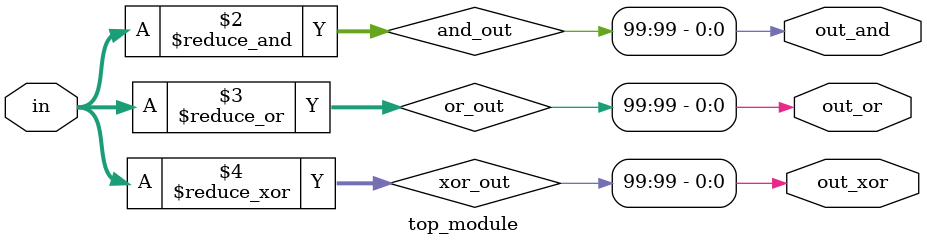
<source format=sv>
module top_module (
    input [99:0] in,
    output reg out_and,
    output reg out_or,
    output reg out_xor
);

    reg [99:0] and_out;
    reg [99:0] or_out;
    reg [99:0] xor_out;
    
    always @(*)
    begin
        and_out = &in;
        or_out = |in;
        xor_out = ^in;
    end
    
    assign out_and = and_out[99];
    assign out_or = or_out[99];
    assign out_xor = xor_out[99];
    
endmodule

</source>
